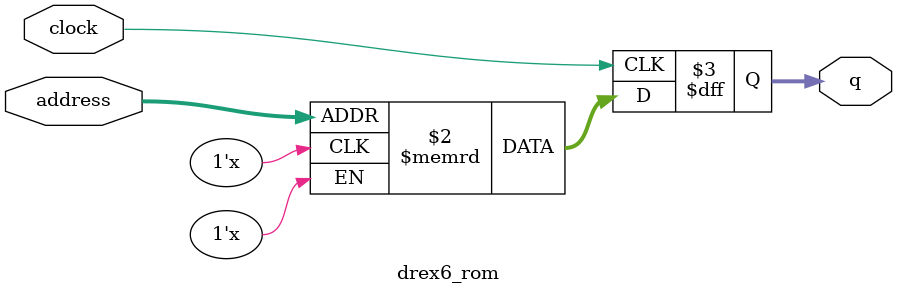
<source format=sv>
module drex6_rom (
	input logic clock,
	input logic [9:0] address,
	output logic [3:0] q
);

logic [3:0] memory [0:1023] /* synthesis ram_init_file = "./drex6/drex6.mif" */;

always_ff @ (posedge clock) begin
	q <= memory[address];
end

endmodule

</source>
